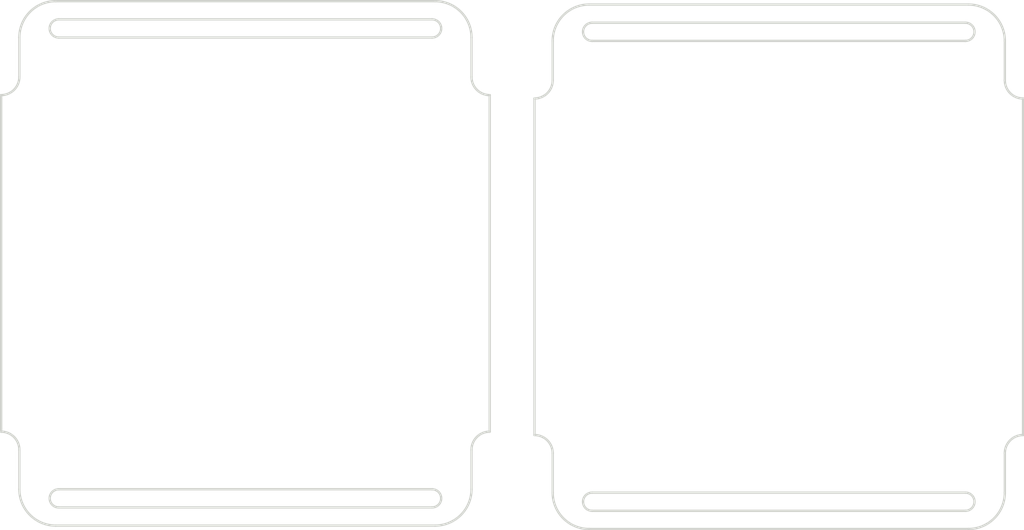
<source format=kicad_pcb>
(kicad_pcb (version 20171130) (host pcbnew "(5.1.2-1)-1")

  (general
    (thickness 1.6)
    (drawings 48)
    (tracks 0)
    (zones 0)
    (modules 0)
    (nets 1)
  )

  (page A4)
  (layers
    (0 F.Cu signal)
    (31 B.Cu signal)
    (32 B.Adhes user)
    (33 F.Adhes user)
    (34 B.Paste user)
    (35 F.Paste user)
    (36 B.SilkS user)
    (37 F.SilkS user)
    (38 B.Mask user)
    (39 F.Mask user)
    (40 Dwgs.User user)
    (41 Cmts.User user)
    (42 Eco1.User user)
    (43 Eco2.User user)
    (44 Edge.Cuts user)
    (45 Margin user)
    (46 B.CrtYd user)
    (47 F.CrtYd user)
    (48 B.Fab user)
    (49 F.Fab user)
  )

  (setup
    (last_trace_width 0.25)
    (trace_clearance 0.2)
    (zone_clearance 0.508)
    (zone_45_only no)
    (trace_min 0.2)
    (via_size 0.8)
    (via_drill 0.4)
    (via_min_size 0.4)
    (via_min_drill 0.3)
    (uvia_size 0.3)
    (uvia_drill 0.1)
    (uvias_allowed no)
    (uvia_min_size 0.2)
    (uvia_min_drill 0.1)
    (edge_width 0.05)
    (segment_width 0.2)
    (pcb_text_width 0.3)
    (pcb_text_size 1.5 1.5)
    (mod_edge_width 0.12)
    (mod_text_size 1 1)
    (mod_text_width 0.15)
    (pad_size 1.524 1.524)
    (pad_drill 0.762)
    (pad_to_mask_clearance 0.051)
    (solder_mask_min_width 0.25)
    (aux_axis_origin 58.42 97.79)
    (visible_elements FFFFFF7F)
    (pcbplotparams
      (layerselection 0x01000_7ffffffe)
      (usegerberextensions false)
      (usegerberattributes false)
      (usegerberadvancedattributes false)
      (creategerberjobfile false)
      (excludeedgelayer true)
      (linewidth 0.100000)
      (plotframeref false)
      (viasonmask false)
      (mode 1)
      (useauxorigin false)
      (hpglpennumber 1)
      (hpglpenspeed 20)
      (hpglpendiameter 15.000000)
      (psnegative false)
      (psa4output false)
      (plotreference true)
      (plotvalue true)
      (plotinvisibletext false)
      (padsonsilk false)
      (subtractmaskfromsilk false)
      (outputformat 1)
      (mirror false)
      (drillshape 0)
      (scaleselection 1)
      (outputdirectory ""))
  )

  (net 0 "")

  (net_class Default "This is the default net class."
    (clearance 0.2)
    (trace_width 0.25)
    (via_dia 0.8)
    (via_drill 0.4)
    (uvia_dia 0.3)
    (uvia_drill 0.1)
  )

  (gr_arc (start 142.499999 93.66) (end 142.499999 96.78) (angle -90) (layer Edge.Cuts) (width 0.2))
  (gr_arc (start 105.300001 58.280001) (end 105.300001 59.840001) (angle -90) (layer Edge.Cuts) (width 0.2))
  (gr_line (start 105.300001 88.72) (end 105.300001 59.84) (layer Edge.Cuts) (width 0.2))
  (gr_arc (start 105.300001 90.28) (end 106.860001 90.28) (angle -90) (layer Edge.Cuts) (width 0.2))
  (gr_line (start 106.860001 58.28) (end 106.86 54.9) (layer Edge.Cuts) (width 0.2))
  (gr_line (start 145.62 58.28) (end 145.62 54.9) (layer Edge.Cuts) (width 0.2))
  (gr_arc (start 142.5 54.9) (end 145.62 54.9) (angle -90) (layer Edge.Cuts) (width 0.2))
  (gr_line (start 142.24 95.22) (end 110.24 95.22) (layer Edge.Cuts) (width 0.2))
  (gr_arc (start 147.179999 90.279999) (end 147.179999 88.719999) (angle -90) (layer Edge.Cuts) (width 0.2))
  (gr_arc (start 110.24 94.44) (end 110.24 93.659999) (angle -180) (layer Edge.Cuts) (width 0.2))
  (gr_line (start 106.86 93.66) (end 106.860001 90.28) (layer Edge.Cuts) (width 0.2))
  (gr_arc (start 142.24 94.44) (end 142.24 95.22) (angle -180) (layer Edge.Cuts) (width 0.2))
  (gr_line (start 142.24 54.9) (end 110.240001 54.9) (layer Edge.Cuts) (width 0.2))
  (gr_arc (start 147.179999 58.280001) (end 145.619999 58.280001) (angle -90) (layer Edge.Cuts) (width 0.2))
  (gr_line (start 147.179999 88.72) (end 147.179999 59.84) (layer Edge.Cuts) (width 0.2))
  (gr_arc (start 142.24 54.12) (end 142.24 54.9) (angle -180) (layer Edge.Cuts) (width 0.2))
  (gr_arc (start 109.980001 54.9) (end 109.980001 51.78) (angle -90) (layer Edge.Cuts) (width 0.2))
  (gr_line (start 142.24 93.66) (end 110.24 93.66) (layer Edge.Cuts) (width 0.2))
  (gr_line (start 145.62 93.66) (end 145.62 90.28) (layer Edge.Cuts) (width 0.2))
  (gr_arc (start 109.980001 93.66) (end 106.860001 93.66) (angle -90) (layer Edge.Cuts) (width 0.2))
  (gr_line (start 142.5 51.78) (end 109.98 51.78) (layer Edge.Cuts) (width 0.2))
  (gr_arc (start 110.240001 54.12) (end 110.240001 53.34) (angle -180) (layer Edge.Cuts) (width 0.2))
  (gr_line (start 142.5 96.78) (end 109.98 96.78) (layer Edge.Cuts) (width 0.2))
  (gr_line (start 142.24 53.34) (end 110.240001 53.34) (layer Edge.Cuts) (width 0.2))
  (gr_line (start 96.52 93.37) (end 64.52 93.37) (layer Edge.Cuts) (width 0.2))
  (gr_arc (start 64.52 94.15) (end 64.52 93.369999) (angle -180) (layer Edge.Cuts) (width 0.2))
  (gr_line (start 96.52 94.93) (end 64.52 94.93) (layer Edge.Cuts) (width 0.2))
  (gr_arc (start 96.52 53.83) (end 96.52 54.61) (angle -180) (layer Edge.Cuts) (width 0.2))
  (gr_arc (start 96.779999 93.37) (end 96.779999 96.49) (angle -90) (layer Edge.Cuts) (width 0.2))
  (gr_line (start 96.78 96.49) (end 64.26 96.49) (layer Edge.Cuts) (width 0.2))
  (gr_arc (start 101.459999 89.989999) (end 101.459999 88.429999) (angle -90) (layer Edge.Cuts) (width 0.2))
  (gr_line (start 99.9 93.37) (end 99.9 89.99) (layer Edge.Cuts) (width 0.2))
  (gr_arc (start 101.459999 57.990001) (end 99.899999 57.990001) (angle -90) (layer Edge.Cuts) (width 0.2))
  (gr_line (start 101.459999 88.43) (end 101.459999 59.55) (layer Edge.Cuts) (width 0.2))
  (gr_arc (start 64.260001 93.37) (end 61.140001 93.37) (angle -90) (layer Edge.Cuts) (width 0.2))
  (gr_line (start 61.14 93.37) (end 61.140001 89.99) (layer Edge.Cuts) (width 0.2))
  (gr_arc (start 59.580001 89.99) (end 61.140001 89.99) (angle -90) (layer Edge.Cuts) (width 0.2))
  (gr_line (start 59.580001 88.43) (end 59.580001 59.55) (layer Edge.Cuts) (width 0.2))
  (gr_arc (start 59.580001 57.990001) (end 59.580001 59.550001) (angle -90) (layer Edge.Cuts) (width 0.2))
  (gr_line (start 61.140001 57.99) (end 61.14 54.61) (layer Edge.Cuts) (width 0.2))
  (gr_arc (start 64.260001 54.61) (end 64.260001 51.49) (angle -90) (layer Edge.Cuts) (width 0.2))
  (gr_line (start 96.78 51.49) (end 64.26 51.49) (layer Edge.Cuts) (width 0.2))
  (gr_arc (start 96.78 54.61) (end 99.9 54.61) (angle -90) (layer Edge.Cuts) (width 0.2))
  (gr_line (start 99.9 57.99) (end 99.9 54.61) (layer Edge.Cuts) (width 0.2))
  (gr_arc (start 96.52 94.15) (end 96.52 94.93) (angle -180) (layer Edge.Cuts) (width 0.2))
  (gr_line (start 96.52 53.05) (end 64.520001 53.05) (layer Edge.Cuts) (width 0.2))
  (gr_arc (start 64.520001 53.83) (end 64.520001 53.05) (angle -180) (layer Edge.Cuts) (width 0.2))
  (gr_line (start 96.52 54.61) (end 64.520001 54.61) (layer Edge.Cuts) (width 0.2))

)

</source>
